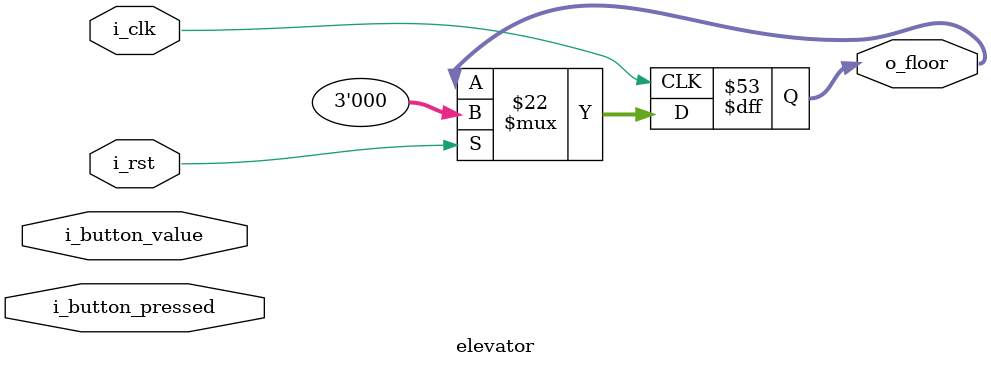
<source format=v>
module elevator (
    input        i_clk,
    input        i_rst,
    input        i_button_pressed,
    input  [2:0] i_button_value,
    
    output reg [2:0] o_floor
);
//store values to visit highest floors going up and down 
reg [2:0] high_floor;
reg [2:0] low_floor;
//local parameter to store states
localparam s_IDLE = 2'b00,
           s_UP = 2'b01,
           s_DOWN = 2'b10;
//store state in reg
reg [1:0] state = s_IDLE;

//code for what happens in each state
always @(posedge i_clk) begin
    case(state)
    //stay idle untill need to go to new floor
    s_IDLE: begin
        //if button is pressed check if need to go to new floor
        if (i_button_pressed) begin
            //if height floor go to down state if lower floor 
            //go to up state
            if(i_button_value < o_floor) begin
                state <= s_DOWN;
            end else if (i_button_value > o_floor) begin
                state <= s_UP;
            end
        end
    end
    //state makes elevator go up to the highest floor where
    //a button has been pressed 
    s_UP: begin
        //check if a button for a higher floor has been pressed
        if(high_floor > o_floor) begin
            //go up a floor
            o_floor <= o_floor + 1;
            //if a button for a lower floor hasn't been pressed 
            //keep low floor the same as current floor
            if(low_floor == o_floor)
                low_floor <= low_floor + 1;
        //if the lowest floor needed to be visited is lower then
        //current floor go to down state
        end else if(low_floor != o_floor) begin
            state <= s_DOWN;
            o_floor <= o_floor - 1;
            high_floor <= high_floor - 1;
        end else begin
            //else go to idle state
            state <= s_IDLE;
        end
    end
    //state makes elevator go down to the lowest floor where
    //a button has been pressed
    s_DOWN: begin
        //check if a button for a lower floor has been pressed
        if(low_floor < o_floor) begin
            //if it has go down a floor
            o_floor <= o_floor - 1;
            //if a button for a higher floor hasn't been pressed 
            //keep high floor the same as current floor
            if(high_floor == o_floor)
                high_floor <= high_floor - 1;
        //if the highest floor needed to be visited is higher then
        //current floor go to up state
        end else if(high_floor != o_floor) begin
            state <= s_UP;
            o_floor <= o_floor + 1;
            low_floor <= low_floor + 1;
        end else begin
            //else go idle
            state <= s_IDLE;
        end
    end 
    endcase 
    //if a button is pressed and is not equal to the current floor
    //save to low floor if lower then current else save to high floor
    if (i_button_pressed) begin
        if(i_button_value < low_floor) begin
            low_floor <= i_button_value;
        end else if (i_button_value > high_floor) begin
            high_floor <= i_button_value;
        end
    end
    //if rest is pressed set high floor low floor and current floor to 0
    if(i_rst) begin 
        high_floor = 0;
        low_floor = 0;
        o_floor = 0;
    end    
end
endmodule


</source>
